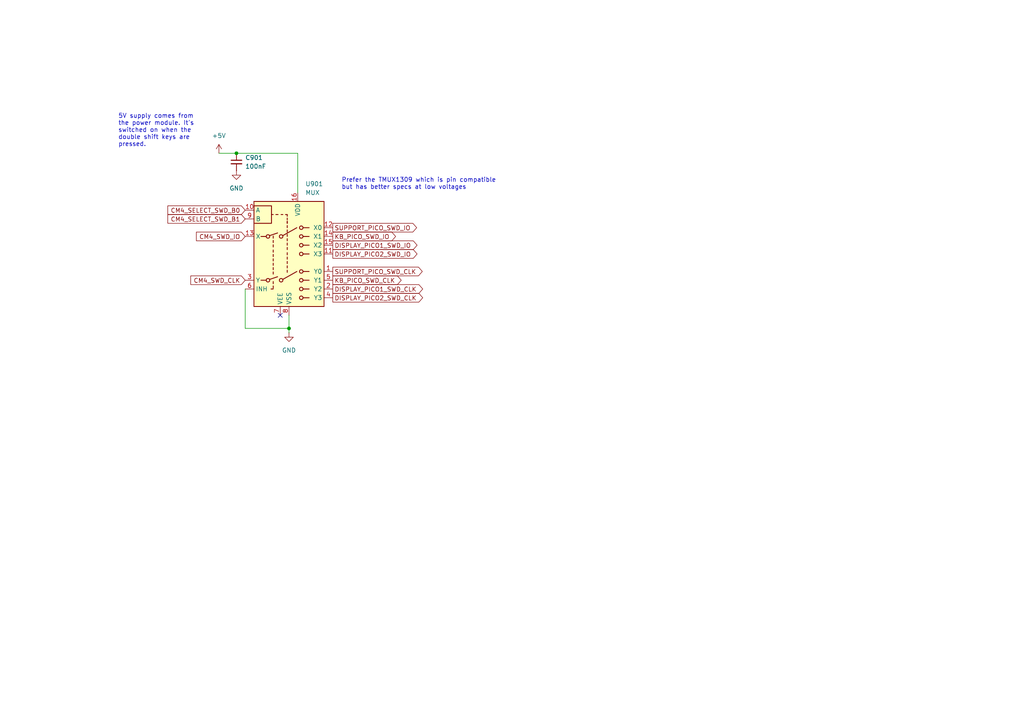
<source format=kicad_sch>
(kicad_sch (version 20231120) (generator "eeschema") (generator_version "8.0")
  (paper "A4")
  (title_block (title "Z88R - Z88 Recreated") (date "2024-08-23") (rev "20240823") (company "Fountain and Menadue"))
  (lib_symbols
    (symbol "Analog_Switch:CD4052B"
      (property "Reference" "U" (at -10.16 16.51 0))
      (property "Value" "CD4052B" (at 3.81 16.51 0))
      (symbol "CD4052B_0_1"
        (rectangle (start -10.16 8.89) (end -5.08 13.97) (stroke (width 0.254)))
        (rectangle (start -10.16 15.24) (end 10.16 -15.24) (stroke (width 0.254)) (fill (type background)))
        (circle (center -6.096 -7.62) (radius 0.508) (stroke (width 0.254)))
        (circle (center -6.096 5.08) (radius 0.508) (stroke (width 0.254)))
        (circle (center -2.286 -7.62) (radius 0.508) (stroke (width 0.254)))
        (circle (center -2.286 5.08) (radius 0.508) (stroke (width 0.254)))
        (polyline (pts (xy -8.128 -7.62) (xy -6.604 -7.62)) (stroke (width 0.254)))
        (polyline (pts (xy -8.128 5.08) (xy -6.604 5.08)) (stroke (width 0.254)))
        (polyline (pts (xy -5.588 -7.366) (xy -3.302 -6.604)) (stroke (width 0.254)))
        (polyline (pts (xy -5.588 5.334) (xy -3.302 6.096)) (stroke (width 0.254)))
        (polyline (pts (xy -4.572 -10.16) (xy -5.207 -10.16)) (stroke (width 0.254)))
        (polyline (pts (xy -4.572 -9.906) (xy -4.572 -9.271)) (stroke (width 0.254)))
        (polyline (pts (xy -4.572 -8.636) (xy -4.572 -8.001)) (stroke (width 0.254)))
        (polyline (pts (xy -4.572 -5.842) (xy -4.572 -5.207)) (stroke (width 0.254)))
        (polyline (pts (xy -4.572 -4.572) (xy -4.572 -3.937)) (stroke (width 0.254)))
        (polyline (pts (xy -4.572 -3.302) (xy -4.572 -2.667)) (stroke (width 0.254)))
        (polyline (pts (xy -4.572 -2.032) (xy -4.572 -1.397)) (stroke (width 0.254)))
        (polyline (pts (xy -4.572 -0.762) (xy -4.572 -0.127)) (stroke (width 0.254)))
        (polyline (pts (xy -4.572 0.508) (xy -4.572 1.143)) (stroke (width 0.254)))
        (polyline (pts (xy -4.572 2.032) (xy -4.572 2.667)) (stroke (width 0.254)))
        (polyline (pts (xy -4.572 3.302) (xy -4.572 3.937)) (stroke (width 0.254)))
        (polyline (pts (xy -4.572 4.572) (xy -4.572 5.207)) (stroke (width 0.254)))
        (polyline (pts (xy -4.572 11.43) (xy -5.08 11.43)) (stroke (width 0.254)))
        (polyline (pts (xy -3.81 11.43) (xy -3.175 11.43)) (stroke (width 0.254)))
        (polyline (pts (xy -1.778 -7.366) (xy 2.286 -5.08)) (stroke (width 0.254)))
        (polyline (pts (xy -1.778 5.334) (xy 2.286 7.62)) (stroke (width 0.254)))
        (polyline (pts (xy -1.778 11.43) (xy -2.286 11.43)) (stroke (width 0.254)))
        (polyline (pts (xy -0.508 -5.334) (xy -0.508 -4.699)) (stroke (width 0.254)))
        (polyline (pts (xy -0.508 -4.064) (xy -0.508 -3.429)) (stroke (width 0.254)))
        (polyline (pts (xy -0.508 -2.794) (xy -0.508 -2.159)) (stroke (width 0.254)))
        (polyline (pts (xy -0.508 -1.524) (xy -0.508 -0.889)) (stroke (width 0.254)))
        (polyline (pts (xy -0.508 -0.254) (xy -0.508 0.381)) (stroke (width 0.254)))
        (polyline (pts (xy -0.508 1.27) (xy -0.508 1.905)) (stroke (width 0.254)))
        (polyline (pts (xy -0.508 2.54) (xy -0.508 3.175)) (stroke (width 0.254)))
        (polyline (pts (xy -0.508 3.81) (xy -0.508 4.445)) (stroke (width 0.254)))
        (polyline (pts (xy -0.508 5.08) (xy -0.508 5.715)) (stroke (width 0.254)))
        (polyline (pts (xy -0.508 6.35) (xy -0.508 6.985)) (stroke (width 0.254)))
        (polyline (pts (xy -0.508 7.62) (xy -0.508 8.255)) (stroke (width 0.254)))
        (polyline (pts (xy -0.508 8.89) (xy -0.508 9.398)) (stroke (width 0.254)))
        (polyline (pts (xy -0.508 8.89) (xy -0.508 9.525)) (stroke (width 0.254)))
        (polyline (pts (xy -0.508 9.906) (xy -0.508 10.414)) (stroke (width 0.254)))
        (polyline (pts (xy -0.508 10.922) (xy -0.508 11.43)) (stroke (width 0.254)))
        (polyline (pts (xy -0.508 11.43) (xy -1.016 11.43)) (stroke (width 0.254)))
        (polyline (pts (xy 4.064 -12.7) (xy 5.842 -12.7)) (stroke (width 0.254)))
        (polyline (pts (xy 4.064 -10.16) (xy 5.842 -10.16)) (stroke (width 0.254)))
        (polyline (pts (xy 4.064 -7.62) (xy 5.842 -7.62)) (stroke (width 0.254)))
        (polyline (pts (xy 4.064 -5.08) (xy 5.842 -5.08)) (stroke (width 0.254)))
        (polyline (pts (xy 4.064 0) (xy 5.842 0)) (stroke (width 0.254)))
        (polyline (pts (xy 4.064 2.54) (xy 5.842 2.54)) (stroke (width 0.254)))
        (polyline (pts (xy 4.064 5.08) (xy 5.842 5.08)) (stroke (width 0.254)))
        (polyline (pts (xy 4.064 7.62) (xy 5.842 7.62)) (stroke (width 0.254)))
        (circle (center 3.556 -12.7) (radius 0.508) (stroke (width 0.254)))
        (circle (center 3.556 -10.16) (radius 0.508) (stroke (width 0.254)))
        (circle (center 3.556 -7.62) (radius 0.508) (stroke (width 0.254)))
        (circle (center 3.556 -5.08) (radius 0.508) (stroke (width 0.254)))
        (circle (center 3.556 0) (radius 0.508) (stroke (width 0.254)))
        (circle (center 3.556 2.54) (radius 0.508) (stroke (width 0.254)))
        (circle (center 3.556 5.08) (radius 0.508) (stroke (width 0.254)))
        (circle (center 3.556 7.62) (radius 0.508) (stroke (width 0.254)))
      )
      (symbol "CD4052B_1_1"
        (pin bidirectional line (at 12.7 -5.08 180) (length 2.54) (name "Y0") (number "1"))
        (pin input line (at -12.7 12.7 0) (length 2.54) (name "A") (number "10"))
        (pin bidirectional line (at 12.7 0 180) (length 2.54) (name "X3") (number "11"))
        (pin bidirectional line (at 12.7 7.62 180) (length 2.54) (name "X0") (number "12"))
        (pin bidirectional line (at -12.7 5.08 0) (length 2.54) (name "X") (number "13"))
        (pin bidirectional line (at 12.7 5.08 180) (length 2.54) (name "X1") (number "14"))
        (pin bidirectional line (at 12.7 2.54 180) (length 2.54) (name "X2") (number "15"))
        (pin power_in line (at 2.54 17.78 270) (length 2.54) (name "VDD") (number "16"))
        (pin bidirectional line (at 12.7 -10.16 180) (length 2.54) (name "Y2") (number "2"))
        (pin bidirectional line (at -12.7 -7.62 0) (length 2.54) (name "Y") (number "3"))
        (pin bidirectional line (at 12.7 -12.7 180) (length 2.54) (name "Y3") (number "4"))
        (pin bidirectional line (at 12.7 -7.62 180) (length 2.54) (name "Y1") (number "5"))
        (pin input line (at -12.7 -10.16 0) (length 2.54) (name "INH") (number "6"))
        (pin power_in line (at -2.54 -17.78 90) (length 2.54) (name "VEE") (number "7"))
        (pin power_in line (at 0 -17.78 90) (length 2.54) (name "VSS") (number "8"))
        (pin input line (at -12.7 10.16 0) (length 2.54) (name "B") (number "9"))
      )
    )
    (symbol "Device:C_Small" (pin_numbers hide) (pin_names (offset 0.254) hide)
      (property "Reference" "C" (at 0.254 1.778 0))
      (property "Value" "C_Small" (at 0.254 -2.032 0))
      (symbol "C_Small_0_1"
        (polyline (pts (xy -1.524 -0.508) (xy 1.524 -0.508)) (stroke (width 0.3302)))
        (polyline (pts (xy -1.524 0.508) (xy 1.524 0.508)) (stroke (width 0.3048)))
      )
      (symbol "C_Small_1_1"
        (pin passive line (at 0 2.54 270) (length 2.032) (name "~") (number "1"))
        (pin passive line (at 0 -2.54 90) (length 2.032) (name "~") (number "2"))
      )
    )
    (symbol "power:+5V" (power) (pin_numbers hide) (pin_names (offset 0) hide)
      (property "Value" "+5V" (at 0 3.556 0))
      (symbol "+5V_0_1"
        (polyline (pts (xy -0.762 1.27) (xy 0 2.54)))
        (polyline (pts (xy 0 0) (xy 0 2.54)))
        (polyline (pts (xy 0 2.54) (xy 0.762 1.27)))
      )
      (symbol "+5V_1_1"
        (pin power_in line (at 0 0 90) (length 0) (name "~") (number "1"))
      )
    )
    (symbol "power:GND" (power) (pin_numbers hide) (pin_names (offset 0) hide)
      (property "Value" "GND" (at 0 -3.81 0))
      (symbol "GND_0_1"
        (polyline (pts (xy 0 0) (xy 0 -1.27) (xy 1.27 -1.27) (xy 0 -2.54) (xy -1.27 -1.27) (xy 0 -1.27)))
      )
      (symbol "GND_1_1"
        (pin power_in line (at 0 0 270) (length 0) (name "~") (number "1"))
      )
    )
  )
  (junction (at 68.58 44.45))
  (junction (at 83.82 95.25))
  (no_connect (at 81.28 91.44))
  (wire (pts (xy 63.5 44.45) (xy 68.58 44.45)))
  (wire (pts (xy 83.82 95.25) (xy 83.82 96.52)))
  (wire (pts (xy 83.82 91.44) (xy 83.82 95.25)))
  (wire (pts (xy 86.36 55.88) (xy 86.36 44.45)))
  (wire (pts (xy 71.12 95.25) (xy 83.82 95.25)))
  (wire (pts (xy 71.12 83.82) (xy 71.12 95.25)))
  (wire (pts (xy 86.36 44.45) (xy 68.58 44.45)))
  (text "Prefer the TMUX1309 which is pin compatible\nbut has better specs at low voltages" (at 99.06 53.34 0) (effects (font (size 1.27 1.27)) (justify left)))
  (text "5V supply comes from\nthe power module. It's\nswitched on when the\ndouble shift keys are\npressed." (at 34.29 37.846 0) (effects (font (size 1.27 1.27)) (justify left)))
  (global_label "DISPLAY_PICO1_SWD_CLK" (shape output) (at 96.52 83.82 0) (property "Intersheetrefs" "${INTERSHEET_REFS}" (effects (hide yes))))
  (global_label "SUPPORT_PICO_SWD_IO" (shape output) (at 96.52 66.04 0) (property "Intersheetrefs" "${INTERSHEET_REFS}" (effects (hide yes))))
  (global_label "DISPLAY_PICO2_SWD_IO" (shape output) (at 96.52 73.66 0) (property "Intersheetrefs" "${INTERSHEET_REFS}" (effects (hide yes))))
  (global_label "CM4_SELECT_SWD_B1" (shape input) (at 71.12 63.5 180) (property "Intersheetrefs" "${INTERSHEET_REFS}" (effects (hide yes))))
  (global_label "DISPLAY_PICO2_SWD_CLK" (shape output) (at 96.52 86.36 0) (property "Intersheetrefs" "${INTERSHEET_REFS}" (effects (hide yes))))
  (global_label "CM4_SWD_CLK" (shape input) (at 71.12 81.28 180) (property "Intersheetrefs" "${INTERSHEET_REFS}" (effects (hide yes))))
  (global_label "SUPPORT_PICO_SWD_CLK" (shape output) (at 96.52 78.74 0) (property "Intersheetrefs" "${INTERSHEET_REFS}" (effects (hide yes))))
  (global_label "DISPLAY_PICO1_SWD_IO" (shape output) (at 96.52 71.12 0) (property "Intersheetrefs" "${INTERSHEET_REFS}" (effects (hide yes))))
  (global_label "CM4_SWD_IO" (shape input) (at 71.12 68.58 180) (property "Intersheetrefs" "${INTERSHEET_REFS}" (effects (hide yes))))
  (global_label "CM4_SELECT_SWD_B0" (shape input) (at 71.12 60.96 180) (property "Intersheetrefs" "${INTERSHEET_REFS}" (effects (hide yes))))
  (global_label "KB_PICO_SWD_IO" (shape output) (at 96.52 68.58 0) (property "Intersheetrefs" "${INTERSHEET_REFS}" (effects (hide yes))))
  (global_label "KB_PICO_SWD_CLK" (shape output) (at 96.52 81.28 0) (property "Intersheetrefs" "${INTERSHEET_REFS}" (effects (hide yes))))
  (symbol (lib_id "power:GND") (at 83.82 96.52 0) (unit 1)
    (property "Reference" "#PWR0903" (effects (hide yes)))
    (property "Value" "GND" (at 83.82 101.6 0))
    (property "Description" "Power symbol creates a global label with name \"GND\" , ground" (effects (hide yes)))
  )
  (symbol (lib_id "power:+5V") (at 63.5 44.45 0) (unit 1)
    (property "Reference" "#PWR0901" (effects (hide yes)))
    (property "Value" "+5V" (at 63.5 39.37 0))
    (property "Description" "Power symbol creates a global label with name \"+5V\"" (effects (hide yes)))
  )
  (symbol (lib_id "Device:C_Small") (at 68.58 46.99 0) (unit 1)
    (property "Reference" "C901" (at 71.12 45.7262 0) (effects (justify left)))
    (property "Value" "100nF" (at 71.12 48.2662 0) (effects (justify left)))
    (property "Footprint" "Capacitor_SMD:C_0805_2012Metric_Pad1.18x1.45mm_HandSolder" (effects (hide yes)))
    (property "Description" "Unpolarized capacitor, small symbol" (effects (hide yes)))
  )
  (symbol (lib_id "power:GND") (at 68.58 49.53 0) (unit 1)
    (property "Reference" "#PWR0902" (effects (hide yes)))
    (property "Value" "GND" (at 68.58 54.61 0))
    (property "Description" "Power symbol creates a global label with name \"GND\" , ground" (effects (hide yes)))
  )
  (symbol (lib_id "Analog_Switch:CD4052B") (at 83.82 73.66 0) (unit 1)
    (property "Reference" "U901" (at 88.5541 53.34 0) (effects (justify left)))
    (property "Value" "MUX" (at 88.5541 55.88 0) (effects (justify left)))
    (property "Footprint" "Package_SO:Texas_DYY0016A_TSOT-23-16_4.2x2.0mm_P0.5mm" (effects (hide yes)))
    (property "Datasheet" "http://www.ti.com/lit/ds/symlink/cd4052b.pdf" (effects (hide yes)))
    (property "Description" "CMOS double 4-channel analog multiplexer/demultiplexer, TSSOP-16/DIP-16/SOIC-16" (effects (hide yes)))
  )
)
</source>
